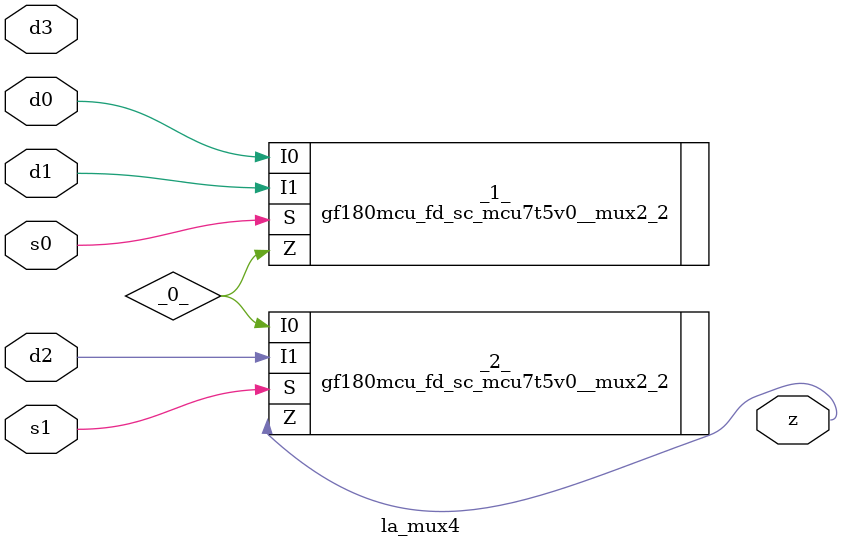
<source format=v>

/* Generated by Yosys 0.37 (git sha1 a5c7f69ed, clang 14.0.0-1ubuntu1.1 -fPIC -Os) */

module la_mux4(d0, d1, d2, d3, s0, s1, z);
  wire _0_;
  input d0;
  wire d0;
  input d1;
  wire d1;
  input d2;
  wire d2;
  input d3;
  wire d3;
  input s0;
  wire s0;
  input s1;
  wire s1;
  output z;
  wire z;
  gf180mcu_fd_sc_mcu7t5v0__mux2_2 _1_ (
    .I0(d0),
    .I1(d1),
    .S(s0),
    .Z(_0_)
  );
  gf180mcu_fd_sc_mcu7t5v0__mux2_2 _2_ (
    .I0(_0_),
    .I1(d2),
    .S(s1),
    .Z(z)
  );
endmodule

</source>
